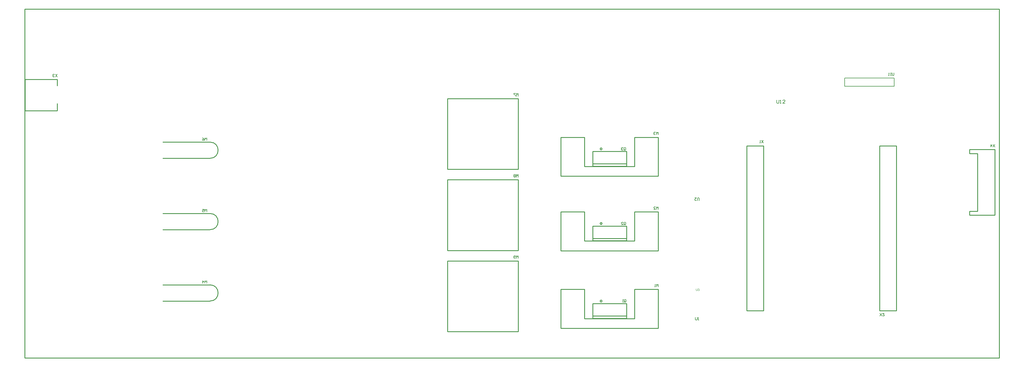
<source format=gbo>
G04 Layer_Color=32896*
%FSLAX43Y43*%
%MOMM*%
G71*
G01*
G75*
%ADD29C,0.200*%
%ADD30C,0.150*%
%ADD35C,0.254*%
%ADD36C,0.178*%
%ADD37C,0.100*%
D29*
X267620Y83730D02*
Y86270D01*
X252380Y83730D02*
X267620D01*
X252380D02*
Y86270D01*
X267620D01*
D30*
X184467Y64133D02*
Y64666D01*
X184600Y64800D01*
X184867D01*
X185000Y64666D01*
Y64133D01*
X184867Y64000D01*
X184600D01*
X184733Y64267D02*
X184467Y64000D01*
X184600D02*
X184467Y64133D01*
X184200Y64666D02*
X184067Y64800D01*
X183800D01*
X183667Y64666D01*
Y64533D01*
X183800Y64400D01*
X183934D01*
X183800D01*
X183667Y64267D01*
Y64133D01*
X183800Y64000D01*
X184067D01*
X184200Y64133D01*
X151878Y55691D02*
Y56491D01*
X151611Y56224D01*
X151345Y56491D01*
Y55691D01*
X151078Y56357D02*
X150945Y56491D01*
X150678D01*
X150545Y56357D01*
Y56224D01*
X150678Y56091D01*
X150545Y55958D01*
Y55824D01*
X150678Y55691D01*
X150945D01*
X151078Y55824D01*
Y55958D01*
X150945Y56091D01*
X151078Y56224D01*
Y56357D01*
X150945Y56091D02*
X150678D01*
X151878Y80685D02*
Y81484D01*
X151611Y81218D01*
X151345Y81484D01*
Y80685D01*
X151078Y81484D02*
X150545D01*
Y81351D01*
X151078Y80818D01*
Y80685D01*
X56000Y67000D02*
Y67800D01*
X55733Y67533D01*
X55467Y67800D01*
Y67000D01*
X54667Y67800D02*
X54934Y67666D01*
X55200Y67400D01*
Y67133D01*
X55067Y67000D01*
X54800D01*
X54667Y67133D01*
Y67267D01*
X54800Y67400D01*
X55200D01*
X267567Y87838D02*
Y87172D01*
X267434Y87038D01*
X267167D01*
X267034Y87172D01*
Y87838D01*
X266767Y87038D02*
X266501D01*
X266634D01*
Y87838D01*
X266767Y87705D01*
X266101Y87038D02*
X265834D01*
X265967D01*
Y87838D01*
X266101Y87705D01*
X263254Y12894D02*
X263787Y13694D01*
Y12894D02*
X263254Y13694D01*
X264586D02*
X264053D01*
X264586Y13161D01*
Y13027D01*
X264453Y12894D01*
X264187D01*
X264053Y13027D01*
X194969Y21872D02*
Y22672D01*
X194702Y22406D01*
X194435Y22672D01*
Y21872D01*
X194169D02*
X193902D01*
X194036D01*
Y22672D01*
X194169Y22539D01*
X9968Y87406D02*
X9435Y86607D01*
Y87406D02*
X9968Y86607D01*
X9168Y87273D02*
X9035Y87406D01*
X8769D01*
X8635Y87273D01*
Y87140D01*
X8769Y87006D01*
X8902D01*
X8769D01*
X8635Y86873D01*
Y86740D01*
X8769Y86607D01*
X9035D01*
X9168Y86740D01*
X298584Y65777D02*
X298051Y64977D01*
Y65777D02*
X298584Y64977D01*
X297384D02*
Y65777D01*
X297784Y65377D01*
X297251D01*
X151878Y30697D02*
Y31497D01*
X151611Y31231D01*
X151345Y31497D01*
Y30697D01*
X151078Y30831D02*
X150945Y30697D01*
X150678D01*
X150545Y30831D01*
Y31364D01*
X150678Y31497D01*
X150945D01*
X151078Y31364D01*
Y31231D01*
X150945Y31097D01*
X150545D01*
X194969Y68792D02*
Y69592D01*
X194702Y69325D01*
X194435Y69592D01*
Y68792D01*
X194169Y69458D02*
X194036Y69592D01*
X193769D01*
X193636Y69458D01*
Y69325D01*
X193769Y69192D01*
X193902D01*
X193769D01*
X193636Y69058D01*
Y68925D01*
X193769Y68792D01*
X194036D01*
X194169Y68925D01*
X194969Y45777D02*
Y46576D01*
X194702Y46310D01*
X194435Y46576D01*
Y45777D01*
X193636D02*
X194169D01*
X193636Y46310D01*
Y46443D01*
X193769Y46576D01*
X194036D01*
X194169Y46443D01*
X56000Y23000D02*
Y23800D01*
X55733Y23533D01*
X55467Y23800D01*
Y23000D01*
X54800D02*
Y23800D01*
X55200Y23400D01*
X54667D01*
X56000Y45000D02*
Y45800D01*
X55733Y45533D01*
X55467Y45800D01*
Y45000D01*
X54667Y45800D02*
X55200D01*
Y45400D01*
X54934Y45533D01*
X54800D01*
X54667Y45400D01*
Y45133D01*
X54800Y45000D01*
X55067D01*
X55200Y45133D01*
X184567Y17333D02*
Y17866D01*
X184700Y18000D01*
X184967D01*
X185100Y17866D01*
Y17333D01*
X184967Y17200D01*
X184700D01*
X184833Y17467D02*
X184567Y17200D01*
X184700D02*
X184567Y17333D01*
X184300Y17200D02*
X184034D01*
X184167D01*
Y18000D01*
X184300Y17866D01*
X184467Y41133D02*
Y41666D01*
X184600Y41800D01*
X184867D01*
X185000Y41666D01*
Y41133D01*
X184867Y41000D01*
X184600D01*
X184733Y41267D02*
X184467Y41000D01*
X184600D02*
X184467Y41133D01*
X183667Y41000D02*
X184200D01*
X183667Y41533D01*
Y41666D01*
X183800Y41800D01*
X184067D01*
X184200Y41666D01*
X227307Y67046D02*
X226773Y66246D01*
Y67046D02*
X227307Y66246D01*
X226507D02*
X226240D01*
X226373D01*
Y67046D01*
X226507Y66913D01*
X207575Y48525D02*
Y49192D01*
X207442Y49325D01*
X207175D01*
X207042Y49192D01*
Y48525D01*
X206242Y49325D02*
X206775D01*
X206242Y48792D01*
Y48659D01*
X206375Y48525D01*
X206642D01*
X206775Y48659D01*
X206425Y12475D02*
Y11808D01*
X206558Y11675D01*
X206825D01*
X206958Y11808D01*
Y12475D01*
X207225Y11675D02*
X207491D01*
X207358D01*
Y12475D01*
X207225Y12341D01*
D35*
X177700Y64400D02*
G03*
X177700Y64400I-300J0D01*
G01*
X57000Y61500D02*
G03*
X57000Y66500I0J2500D01*
G01*
Y17500D02*
G03*
X57000Y22500I0J2500D01*
G01*
Y39500D02*
G03*
X57000Y44500I0J2500D01*
G01*
X177700Y17500D02*
G03*
X177700Y17500I-300J0D01*
G01*
Y41400D02*
G03*
X177700Y41400I-300J0D01*
G01*
X174800Y59800D02*
X185200D01*
X174800Y59100D02*
Y63600D01*
X185200D01*
Y59100D02*
Y63600D01*
X174800Y59100D02*
X185200D01*
X130100Y33100D02*
X151900D01*
Y54900D01*
X130100D02*
X151900D01*
X130100Y33100D02*
Y54900D01*
Y58100D02*
Y79900D01*
X151900D01*
Y58100D02*
Y79900D01*
X130100Y58100D02*
X151900D01*
X42500Y61500D02*
X57000D01*
X42500Y66500D02*
X57000D01*
X263130Y65370D02*
X268330D01*
Y14570D02*
Y65370D01*
X263130Y14570D02*
X268330D01*
X263130D02*
Y65370D01*
X165000Y9100D02*
Y21100D01*
X172300D01*
Y12100D02*
Y21100D01*
Y12100D02*
X187700D01*
Y21100D01*
X195000D01*
Y9100D02*
Y21100D01*
X165000Y9100D02*
X195000D01*
X10000Y76175D02*
Y78375D01*
Y83875D02*
Y85825D01*
X100D02*
X10000D01*
X100Y76175D02*
Y85825D01*
Y76175D02*
X10000D01*
X290800Y44000D02*
Y45200D01*
X293300D01*
Y63000D01*
X290800D02*
X293300D01*
X290800D02*
Y64200D01*
X298600D01*
X290800Y44000D02*
X298600D01*
Y64200D01*
X130100Y8100D02*
Y29900D01*
X151900D01*
Y8100D02*
Y29900D01*
X130100Y8100D02*
X151900D01*
X165000Y56000D02*
Y68000D01*
X172300D01*
Y59000D02*
Y68000D01*
Y59000D02*
X187700D01*
Y68000D01*
X195000D01*
Y56000D02*
Y68000D01*
X165000Y56000D02*
X195000D01*
X165000Y33000D02*
Y45000D01*
X172300D01*
Y36000D02*
Y45000D01*
Y36000D02*
X187700D01*
Y45000D01*
X195000D01*
Y33000D02*
Y45000D01*
X165000Y33000D02*
X195000D01*
X42500Y17500D02*
X57000D01*
X42500Y22500D02*
X57000D01*
X42500Y39500D02*
X57000D01*
X42500Y44500D02*
X57000D01*
X174800Y12900D02*
X185200D01*
X174800Y12200D02*
Y16700D01*
X185200D01*
Y12200D02*
Y16700D01*
X174800Y12200D02*
X185200D01*
X174800Y36800D02*
X185200D01*
X174800Y36100D02*
Y40600D01*
X185200D01*
Y36100D02*
Y40600D01*
X174800Y36100D02*
X185200D01*
X222230Y14570D02*
X227430D01*
X222230D02*
Y65370D01*
X227430D01*
Y14570D02*
Y65370D01*
X0Y0D02*
Y107500D01*
X300000D01*
Y0D02*
Y107500D01*
X0Y0D02*
X300000D01*
D36*
X231476Y79508D02*
Y78661D01*
X231645Y78492D01*
X231984D01*
X232153Y78661D01*
Y79508D01*
X232492Y78492D02*
X232830D01*
X232661D01*
Y79508D01*
X232492Y79338D01*
X234015Y78492D02*
X233338D01*
X234015Y79169D01*
Y79338D01*
X233846Y79508D01*
X233507D01*
X233338Y79338D01*
D37*
X206603Y21346D02*
Y20846D01*
X206703Y20746D01*
X206903D01*
X207003Y20846D01*
Y21346D01*
X207203Y21246D02*
X207303Y21346D01*
X207503D01*
X207603Y21246D01*
Y21146D01*
X207503Y21046D01*
X207403D01*
X207503D01*
X207603Y20946D01*
Y20846D01*
X207503Y20746D01*
X207303D01*
X207203Y20846D01*
M02*

</source>
